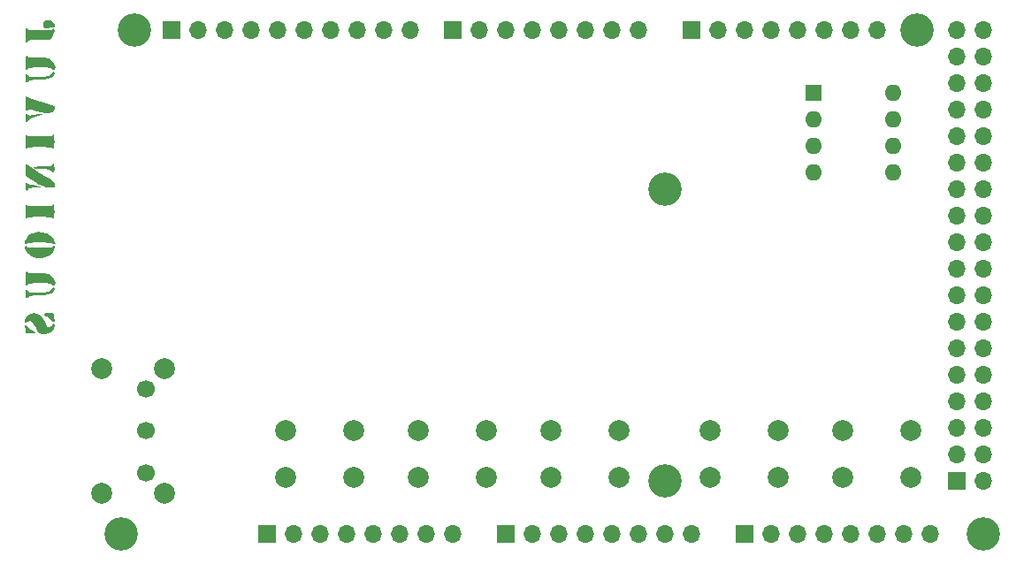
<source format=gbs>
%TF.GenerationSoftware,KiCad,Pcbnew,(6.0.7)*%
%TF.CreationDate,2022-10-21T14:36:51-04:00*%
%TF.ProjectId,dmgc-attiny-arduino-mega,646d6763-2d61-4747-9469-6e792d617264,rev?*%
%TF.SameCoordinates,Original*%
%TF.FileFunction,Soldermask,Bot*%
%TF.FilePolarity,Negative*%
%FSLAX46Y46*%
G04 Gerber Fmt 4.6, Leading zero omitted, Abs format (unit mm)*
G04 Created by KiCad (PCBNEW (6.0.7)) date 2022-10-21 14:36:51*
%MOMM*%
%LPD*%
G01*
G04 APERTURE LIST*
%ADD10R,1.700000X1.700000*%
%ADD11O,1.700000X1.700000*%
%ADD12C,2.000000*%
%ADD13C,3.200000*%
%ADD14C,1.700000*%
%ADD15R,1.600000X1.600000*%
%ADD16O,1.600000X1.600000*%
G04 APERTURE END LIST*
%TO.C,G\u002A\u002A\u002A*%
G36*
X107557998Y-62046383D02*
G01*
X107592176Y-62199658D01*
X107605543Y-62441169D01*
X107602166Y-62593508D01*
X107584011Y-62788309D01*
X107555398Y-62864502D01*
X107552921Y-62864331D01*
X107452760Y-62812207D01*
X107289980Y-62695169D01*
X107235555Y-62655941D01*
X107061693Y-62576904D01*
X106819121Y-62536913D01*
X106458050Y-62525835D01*
X106117267Y-62519549D01*
X105803793Y-62490320D01*
X105628255Y-62434102D01*
X105573543Y-62347443D01*
X105607866Y-62326043D01*
X105777477Y-62298101D01*
X106056821Y-62278945D01*
X106409843Y-62271835D01*
X106777959Y-62266994D01*
X107074220Y-62246892D01*
X107255706Y-62207481D01*
X107351543Y-62144835D01*
X107420902Y-62075761D01*
X107531243Y-62017835D01*
X107557998Y-62046383D01*
G37*
G36*
X105032866Y-51725469D02*
G01*
X105073681Y-51777618D01*
X105176711Y-51817719D01*
X105366895Y-51842230D01*
X105671596Y-51854490D01*
X106118176Y-51857835D01*
X106392853Y-51858439D01*
X106747698Y-51864452D01*
X106985816Y-51881241D01*
X107140396Y-51914018D01*
X107244627Y-51967993D01*
X107331699Y-52048379D01*
X107471351Y-52227683D01*
X107595091Y-52450545D01*
X107616562Y-52507048D01*
X107683672Y-52789430D01*
X107653946Y-52975868D01*
X107529935Y-53043169D01*
X107436387Y-53023251D01*
X107320925Y-52916169D01*
X107279292Y-52880055D01*
X107096433Y-52830045D01*
X106806974Y-52795988D01*
X106450223Y-52777795D01*
X106065488Y-52775371D01*
X105692077Y-52788625D01*
X105369298Y-52817466D01*
X105136458Y-52861800D01*
X105032866Y-52921535D01*
X104991973Y-53002622D01*
X104923316Y-53024933D01*
X104865789Y-52906837D01*
X104826247Y-52666854D01*
X104811543Y-52323502D01*
X104816343Y-52118947D01*
X104845847Y-51831397D01*
X104896338Y-51657621D01*
X104960962Y-51616138D01*
X105032866Y-51725469D01*
G37*
G36*
X104945353Y-48993980D02*
G01*
X105034925Y-49106169D01*
X105035606Y-49107892D01*
X105085658Y-49160331D01*
X105202860Y-49196326D01*
X105412736Y-49218629D01*
X105740809Y-49229992D01*
X106212605Y-49233169D01*
X106228506Y-49233162D01*
X106681901Y-49226617D01*
X107044751Y-49209071D01*
X107290821Y-49182406D01*
X107393877Y-49148502D01*
X107411206Y-49125379D01*
X107525873Y-49063835D01*
X107589656Y-49105624D01*
X107615454Y-49258189D01*
X107584618Y-49475532D01*
X107505475Y-49707515D01*
X107386350Y-49904006D01*
X107167157Y-50164502D01*
X106125409Y-50164502D01*
X105707059Y-50167269D01*
X105390508Y-50178575D01*
X105190810Y-50201740D01*
X105080687Y-50240070D01*
X105032866Y-50296868D01*
X104993606Y-50358280D01*
X104896808Y-50376538D01*
X104859023Y-50294690D01*
X104829278Y-50091984D01*
X104814182Y-49818896D01*
X104813663Y-49523249D01*
X104827651Y-49252863D01*
X104856076Y-49055563D01*
X104898867Y-48979169D01*
X104945353Y-48993980D01*
G37*
G36*
X107267231Y-48307955D02*
G01*
X107480468Y-48471787D01*
X107626517Y-48725169D01*
X107626931Y-48726414D01*
X107627190Y-48881294D01*
X107543496Y-48960258D01*
X107424719Y-48916878D01*
X107334260Y-48868070D01*
X107207005Y-48942278D01*
X107182341Y-48965251D01*
X106964803Y-49065802D01*
X106744334Y-49036943D01*
X106573502Y-48898912D01*
X106504877Y-48671949D01*
X106511484Y-48584619D01*
X106608930Y-48372005D01*
X106793007Y-48256240D01*
X107025258Y-48235498D01*
X107267231Y-48307955D01*
G37*
G36*
X105956310Y-76357514D02*
G01*
X106215667Y-76492624D01*
X106445438Y-76754287D01*
X106669630Y-77163390D01*
X106756949Y-77333624D01*
X106885494Y-77535249D01*
X106983015Y-77631905D01*
X107117729Y-77650505D01*
X107280891Y-77589945D01*
X107351543Y-77460443D01*
X107383560Y-77391638D01*
X107520877Y-77342502D01*
X107593808Y-77348360D01*
X107675762Y-77409007D01*
X107661177Y-77557347D01*
X107551793Y-77820269D01*
X107373857Y-78074973D01*
X107054746Y-78284696D01*
X106654920Y-78358502D01*
X106434624Y-78333942D01*
X106185943Y-78213550D01*
X105962735Y-77972031D01*
X105737838Y-77586520D01*
X105717956Y-77547463D01*
X105534277Y-77230018D01*
X105378101Y-77061439D01*
X105231585Y-77029148D01*
X105076890Y-77120567D01*
X105042600Y-77150556D01*
X104859502Y-77262901D01*
X104759151Y-77237899D01*
X104753222Y-77090446D01*
X104853393Y-76835437D01*
X105016848Y-76597110D01*
X105314660Y-76392869D01*
X105707837Y-76326502D01*
X105956310Y-76357514D01*
G37*
G36*
X107535198Y-53212548D02*
G01*
X107663951Y-53242502D01*
X107668980Y-53344108D01*
X107552145Y-53541273D01*
X107495327Y-53613627D01*
X107283298Y-53782227D01*
X106982017Y-53893809D01*
X106566049Y-53955519D01*
X106009963Y-53974502D01*
X105637751Y-53979427D01*
X105342184Y-53999575D01*
X105161149Y-54038962D01*
X105065543Y-54101502D01*
X104985572Y-54184518D01*
X104885112Y-54213135D01*
X104828991Y-54088889D01*
X104811543Y-53805169D01*
X104820513Y-53561490D01*
X104861608Y-53413660D01*
X104946920Y-53413824D01*
X105088231Y-53551169D01*
X105131438Y-53596190D01*
X105235315Y-53660697D01*
X105395301Y-53698420D01*
X105649096Y-53716106D01*
X106034397Y-53720502D01*
X106176846Y-53719524D01*
X106658297Y-53694111D01*
X106996080Y-53630544D01*
X107208356Y-53523834D01*
X107313288Y-53368986D01*
X107367635Y-53283043D01*
X107526582Y-53212502D01*
X107535198Y-53212548D01*
G37*
G36*
X105023210Y-59308502D02*
G01*
X105024203Y-59309906D01*
X105133205Y-59343535D01*
X105384340Y-59369866D01*
X105751492Y-59387032D01*
X106208543Y-59393169D01*
X106227342Y-59393159D01*
X106681438Y-59386567D01*
X107044638Y-59369016D01*
X107290823Y-59342373D01*
X107393877Y-59308502D01*
X107411206Y-59285379D01*
X107525873Y-59223835D01*
X107537147Y-59230644D01*
X107572004Y-59349776D01*
X107596373Y-59586636D01*
X107605543Y-59901169D01*
X107593725Y-60265721D01*
X107554223Y-60506711D01*
X107487441Y-60583215D01*
X107393877Y-60493835D01*
X107392883Y-60492431D01*
X107283881Y-60458802D01*
X107032746Y-60432471D01*
X106665594Y-60415305D01*
X106208543Y-60409169D01*
X106189744Y-60409178D01*
X105735648Y-60415770D01*
X105372449Y-60433321D01*
X105126264Y-60459964D01*
X105023210Y-60493835D01*
X104936367Y-60582136D01*
X104867353Y-60519283D01*
X104825579Y-60291828D01*
X104811543Y-59901169D01*
X104823361Y-59536616D01*
X104862863Y-59295626D01*
X104929646Y-59219122D01*
X105023210Y-59308502D01*
G37*
G36*
X104972043Y-77501676D02*
G01*
X105135935Y-77679969D01*
X105152435Y-77701466D01*
X105340776Y-77882454D01*
X105532858Y-77985481D01*
X105670731Y-78049213D01*
X105742877Y-78156014D01*
X105712074Y-78215882D01*
X105567327Y-78260433D01*
X105280618Y-78273835D01*
X105025606Y-78269855D01*
X104884321Y-78243743D01*
X104833355Y-78174468D01*
X104832209Y-78041002D01*
X104826430Y-77853247D01*
X104780762Y-77617669D01*
X104778950Y-77612307D01*
X104763931Y-77462650D01*
X104838169Y-77427505D01*
X104972043Y-77501676D01*
G37*
G36*
X107535198Y-73871215D02*
G01*
X107663951Y-73901168D01*
X107668980Y-74002774D01*
X107552145Y-74199940D01*
X107495327Y-74272293D01*
X107283298Y-74440893D01*
X106982017Y-74552476D01*
X106566049Y-74614186D01*
X106009963Y-74633169D01*
X105637751Y-74638094D01*
X105342184Y-74658242D01*
X105161149Y-74697629D01*
X105065543Y-74760169D01*
X104985572Y-74843184D01*
X104885112Y-74871802D01*
X104828991Y-74747556D01*
X104811543Y-74463835D01*
X104820513Y-74220157D01*
X104861608Y-74072326D01*
X104946920Y-74072491D01*
X105088231Y-74209835D01*
X105131438Y-74254856D01*
X105235315Y-74319363D01*
X105395301Y-74357086D01*
X105649096Y-74374772D01*
X106034397Y-74379169D01*
X106176846Y-74378191D01*
X106658297Y-74352777D01*
X106996080Y-74289211D01*
X107208356Y-74182500D01*
X107313288Y-74027653D01*
X107367635Y-73941709D01*
X107526582Y-73871169D01*
X107535198Y-73871215D01*
G37*
G36*
X105056360Y-55614437D02*
G01*
X105090282Y-55639130D01*
X105267436Y-55720071D01*
X105561872Y-55830412D01*
X105942514Y-55958875D01*
X106378287Y-56094183D01*
X107605543Y-56459858D01*
X107605543Y-56732897D01*
X107598202Y-56860181D01*
X107527284Y-57004807D01*
X107338909Y-57098886D01*
X107281197Y-57118501D01*
X107096044Y-57167970D01*
X106914082Y-57181717D01*
X106694171Y-57155840D01*
X106395172Y-57086436D01*
X105975946Y-56969604D01*
X105694965Y-56892153D01*
X105381886Y-56822020D01*
X105179456Y-56805219D01*
X105058976Y-56837621D01*
X104985210Y-56877509D01*
X104895480Y-56882486D01*
X104842737Y-56788261D01*
X104817814Y-56571547D01*
X104811543Y-56209054D01*
X104811543Y-56206877D01*
X104825743Y-55822682D01*
X104869682Y-55599755D01*
X104945756Y-55532279D01*
X105056360Y-55614437D01*
G37*
G36*
X107629341Y-69894798D02*
G01*
X107679928Y-69930725D01*
X107660734Y-70040443D01*
X107572193Y-70264394D01*
X107433577Y-70504857D01*
X107128350Y-70790048D01*
X106740072Y-70977075D01*
X106305399Y-71060477D01*
X105860990Y-71034790D01*
X105443502Y-70894553D01*
X105089594Y-70634304D01*
X105012916Y-70548881D01*
X104850380Y-70315794D01*
X104759199Y-70104426D01*
X104751573Y-69951024D01*
X104839701Y-69891835D01*
X104901379Y-69900153D01*
X105023210Y-69976502D01*
X105024203Y-69977906D01*
X105133205Y-70011535D01*
X105384340Y-70037866D01*
X105751492Y-70055032D01*
X106208543Y-70061169D01*
X106227342Y-70061159D01*
X106681438Y-70054567D01*
X107044638Y-70037016D01*
X107290823Y-70010373D01*
X107393877Y-69976502D01*
X107424058Y-69943435D01*
X107568207Y-69891835D01*
X107629341Y-69894798D01*
G37*
G36*
X106466520Y-68555639D02*
G01*
X106901220Y-68679431D01*
X107262080Y-68910541D01*
X107514089Y-69239968D01*
X107567422Y-69350704D01*
X107655375Y-69551082D01*
X107690143Y-69659002D01*
X107690037Y-69662467D01*
X107624071Y-69717661D01*
X107496058Y-69707357D01*
X107393877Y-69637835D01*
X107392883Y-69636431D01*
X107283881Y-69602802D01*
X107032746Y-69576471D01*
X106665594Y-69559305D01*
X106208543Y-69553169D01*
X106189744Y-69553178D01*
X105735648Y-69559770D01*
X105372449Y-69577321D01*
X105126264Y-69603964D01*
X105023210Y-69637835D01*
X104916070Y-69717222D01*
X104787764Y-69694809D01*
X104727193Y-69574335D01*
X104754209Y-69422322D01*
X104900774Y-69147708D01*
X105138741Y-68891082D01*
X105427126Y-68703439D01*
X105515643Y-68666011D01*
X105992991Y-68548165D01*
X106466520Y-68555639D01*
G37*
G36*
X107371769Y-76330466D02*
G01*
X107526411Y-76351319D01*
X107578866Y-76401672D01*
X107563752Y-76494127D01*
X107548925Y-76607904D01*
X107597805Y-76811627D01*
X107632655Y-76878154D01*
X107677268Y-77073774D01*
X107615847Y-77169929D01*
X107485989Y-77144198D01*
X107325288Y-76974158D01*
X107307986Y-76949926D01*
X107127196Y-76778099D01*
X106892217Y-76631519D01*
X106831368Y-76600994D01*
X106658867Y-76491340D01*
X106589543Y-76407196D01*
X106647619Y-76370039D01*
X106833642Y-76338590D01*
X107103249Y-76326502D01*
X107371769Y-76330466D01*
G37*
G36*
X105023210Y-65997169D02*
G01*
X105024203Y-65998573D01*
X105133205Y-66032202D01*
X105384340Y-66058532D01*
X105751492Y-66075699D01*
X106208543Y-66081835D01*
X106227342Y-66081826D01*
X106681438Y-66075233D01*
X107044638Y-66057683D01*
X107290823Y-66031039D01*
X107393877Y-65997169D01*
X107411206Y-65974046D01*
X107525873Y-65912502D01*
X107537147Y-65919311D01*
X107572004Y-66038443D01*
X107596373Y-66275303D01*
X107605543Y-66589835D01*
X107593725Y-66954388D01*
X107554223Y-67195378D01*
X107487441Y-67271882D01*
X107393877Y-67182502D01*
X107392883Y-67181097D01*
X107283881Y-67147468D01*
X107032746Y-67121138D01*
X106665594Y-67103972D01*
X106208543Y-67097835D01*
X106189744Y-67097845D01*
X105735648Y-67104437D01*
X105372449Y-67121987D01*
X105126264Y-67148631D01*
X105023210Y-67182502D01*
X104936367Y-67270803D01*
X104867353Y-67207950D01*
X104825579Y-66980495D01*
X104811543Y-66589835D01*
X104823361Y-66225283D01*
X104862863Y-65984292D01*
X104929646Y-65907789D01*
X105023210Y-65997169D01*
G37*
G36*
X105069062Y-62149075D02*
G01*
X105127846Y-62199400D01*
X105319367Y-62333062D01*
X105611906Y-62522349D01*
X105978395Y-62749882D01*
X106391762Y-62998282D01*
X106809662Y-63246437D01*
X107138975Y-63447521D01*
X107362061Y-63596105D01*
X107499590Y-63709419D01*
X107572233Y-63804693D01*
X107600661Y-63899158D01*
X107605543Y-64010042D01*
X107605543Y-64303835D01*
X107140931Y-64303835D01*
X107040318Y-64302486D01*
X106846350Y-64285025D01*
X106656592Y-64235689D01*
X106434180Y-64139873D01*
X106142248Y-63982972D01*
X105743931Y-63750380D01*
X104811543Y-63196924D01*
X104811543Y-62607380D01*
X104811897Y-62530764D01*
X104827460Y-62216628D01*
X104870991Y-62056339D01*
X104949266Y-62037841D01*
X105069062Y-62149075D01*
G37*
G36*
X105065543Y-63922835D02*
G01*
X105075493Y-63933654D01*
X105253948Y-64018342D01*
X105537593Y-64049835D01*
X105605329Y-64051467D01*
X105900242Y-64087413D01*
X106137994Y-64155669D01*
X106187043Y-64178476D01*
X106260618Y-64224835D01*
X106228410Y-64253364D01*
X106069253Y-64271419D01*
X105761982Y-64286357D01*
X105511766Y-64300169D01*
X105275353Y-64331824D01*
X105139025Y-64387791D01*
X105062300Y-64479229D01*
X104984550Y-64584804D01*
X104895564Y-64589021D01*
X104834330Y-64446997D01*
X104811543Y-64171838D01*
X104814737Y-64046188D01*
X104851767Y-63847863D01*
X104933877Y-63808209D01*
X105065543Y-63922835D01*
G37*
G36*
X105098543Y-57316934D02*
G01*
X105150685Y-57369833D01*
X105248395Y-57397048D01*
X105419517Y-57374989D01*
X105708027Y-57302625D01*
X105921189Y-57252551D01*
X106206460Y-57214102D01*
X106385361Y-57229717D01*
X106442337Y-57255107D01*
X106476757Y-57288119D01*
X106435571Y-57326005D01*
X106296849Y-57378721D01*
X106038660Y-57456220D01*
X105639072Y-57568456D01*
X105491558Y-57614286D01*
X105211701Y-57739430D01*
X105064593Y-57870944D01*
X104981807Y-57994191D01*
X104890811Y-58024391D01*
X104832259Y-57896233D01*
X104811543Y-57615169D01*
X104819459Y-57433040D01*
X104870044Y-57235230D01*
X104964277Y-57195275D01*
X105098543Y-57316934D01*
G37*
G36*
X105032866Y-72384135D02*
G01*
X105073681Y-72436285D01*
X105176711Y-72476386D01*
X105366895Y-72500897D01*
X105671596Y-72513157D01*
X106118176Y-72516502D01*
X106392853Y-72517105D01*
X106747698Y-72523119D01*
X106985816Y-72539908D01*
X107140396Y-72572685D01*
X107244627Y-72626660D01*
X107331699Y-72707045D01*
X107471351Y-72886350D01*
X107595091Y-73109212D01*
X107616562Y-73165715D01*
X107683672Y-73448097D01*
X107653946Y-73634535D01*
X107529935Y-73701835D01*
X107436387Y-73681918D01*
X107320925Y-73574835D01*
X107279292Y-73538722D01*
X107096433Y-73488711D01*
X106806974Y-73454655D01*
X106450223Y-73436461D01*
X106065488Y-73434038D01*
X105692077Y-73447292D01*
X105369298Y-73476132D01*
X105136458Y-73520466D01*
X105032866Y-73580202D01*
X104991973Y-73661288D01*
X104923316Y-73683600D01*
X104865789Y-73565504D01*
X104826247Y-73325520D01*
X104811543Y-72982169D01*
X104816343Y-72777614D01*
X104845847Y-72490064D01*
X104896338Y-72316287D01*
X104960962Y-72274805D01*
X105032866Y-72384135D01*
G37*
%TD*%
D10*
%TO.C,J4*%
X193980000Y-92380000D03*
D11*
X196520000Y-92380000D03*
X193980000Y-89840000D03*
X196520000Y-89840000D03*
X193980000Y-87300000D03*
X196520000Y-87300000D03*
X193980000Y-84760000D03*
X196520000Y-84760000D03*
X193980000Y-82220000D03*
X196520000Y-82220000D03*
X193980000Y-79680000D03*
X196520000Y-79680000D03*
X193980000Y-77140000D03*
X196520000Y-77140000D03*
X193980000Y-74600000D03*
X196520000Y-74600000D03*
X193980000Y-72060000D03*
X196520000Y-72060000D03*
X193980000Y-69520000D03*
X196520000Y-69520000D03*
X193980000Y-66980000D03*
X196520000Y-66980000D03*
X193980000Y-64440000D03*
X196520000Y-64440000D03*
X193980000Y-61900000D03*
X196520000Y-61900000D03*
X193980000Y-59360000D03*
X196520000Y-59360000D03*
X193980000Y-56820000D03*
X196520000Y-56820000D03*
X193980000Y-54280000D03*
X196520000Y-54280000D03*
X193980000Y-51740000D03*
X196520000Y-51740000D03*
X193980000Y-49200000D03*
X196520000Y-49200000D03*
%TD*%
D10*
%TO.C,J1*%
X127940000Y-97460000D03*
D11*
X130480000Y-97460000D03*
X133020000Y-97460000D03*
X135560000Y-97460000D03*
X138100000Y-97460000D03*
X140640000Y-97460000D03*
X143180000Y-97460000D03*
X145720000Y-97460000D03*
%TD*%
D10*
%TO.C,J2*%
X150800000Y-97460000D03*
D11*
X153340000Y-97460000D03*
X155880000Y-97460000D03*
X158420000Y-97460000D03*
X160960000Y-97460000D03*
X163500000Y-97460000D03*
X166040000Y-97460000D03*
X168580000Y-97460000D03*
%TD*%
D10*
%TO.C,J3*%
X173660000Y-97460000D03*
D11*
X176200000Y-97460000D03*
X178740000Y-97460000D03*
X181280000Y-97460000D03*
X183820000Y-97460000D03*
X186360000Y-97460000D03*
X188900000Y-97460000D03*
X191440000Y-97460000D03*
%TD*%
D10*
%TO.C,J5*%
X118796000Y-49200000D03*
D11*
X121336000Y-49200000D03*
X123876000Y-49200000D03*
X126416000Y-49200000D03*
X128956000Y-49200000D03*
X131496000Y-49200000D03*
X134036000Y-49200000D03*
X136576000Y-49200000D03*
X139116000Y-49200000D03*
X141656000Y-49200000D03*
%TD*%
D10*
%TO.C,J6*%
X145720000Y-49200000D03*
D11*
X148260000Y-49200000D03*
X150800000Y-49200000D03*
X153340000Y-49200000D03*
X155880000Y-49200000D03*
X158420000Y-49200000D03*
X160960000Y-49200000D03*
X163500000Y-49200000D03*
%TD*%
D10*
%TO.C,J7*%
X168580000Y-49200000D03*
D11*
X171120000Y-49200000D03*
X173660000Y-49200000D03*
X176200000Y-49200000D03*
X178740000Y-49200000D03*
X181280000Y-49200000D03*
X183820000Y-49200000D03*
X186360000Y-49200000D03*
%TD*%
D12*
%TO.C,SW4*%
X142470000Y-87590000D03*
X148970000Y-87590000D03*
X142470000Y-92090000D03*
X148970000Y-92090000D03*
%TD*%
D13*
%TO.C,MH6*%
X196520000Y-97460000D03*
%TD*%
D12*
%TO.C,SW5*%
X129770000Y-87590000D03*
X136270000Y-87590000D03*
X129770000Y-92090000D03*
X136270000Y-92090000D03*
%TD*%
D13*
%TO.C,MH1*%
X115240000Y-49200000D03*
%TD*%
D12*
%TO.C,SW2*%
X170410000Y-87590000D03*
X176910000Y-87590000D03*
X170410000Y-92090000D03*
X176910000Y-92090000D03*
%TD*%
%TO.C,SW6*%
X183110000Y-87590000D03*
X189610000Y-87590000D03*
X183110000Y-92090000D03*
X189610000Y-92090000D03*
%TD*%
%TO.C,SW1*%
X112131500Y-81596500D03*
X112131500Y-93596500D03*
X118131500Y-93596500D03*
X118131500Y-81596500D03*
D14*
X116381500Y-83596500D03*
X116381500Y-87596500D03*
X116381500Y-91596500D03*
%TD*%
D12*
%TO.C,SW3*%
X155170000Y-87590000D03*
X161670000Y-87590000D03*
X155170000Y-92090000D03*
X161670000Y-92090000D03*
%TD*%
D15*
%TO.C,U1*%
X180274000Y-55179000D03*
D16*
X180274000Y-57719000D03*
X180274000Y-60259000D03*
X180274000Y-62799000D03*
X187894000Y-62799000D03*
X187894000Y-60259000D03*
X187894000Y-57719000D03*
X187894000Y-55179000D03*
%TD*%
D13*
%TO.C,MH2*%
X113970000Y-97460000D03*
%TD*%
%TO.C,MH3*%
X166040000Y-64440000D03*
%TD*%
%TO.C,MH4*%
X166040000Y-92380000D03*
%TD*%
%TO.C,MH5*%
X190170000Y-49200000D03*
%TD*%
M02*

</source>
